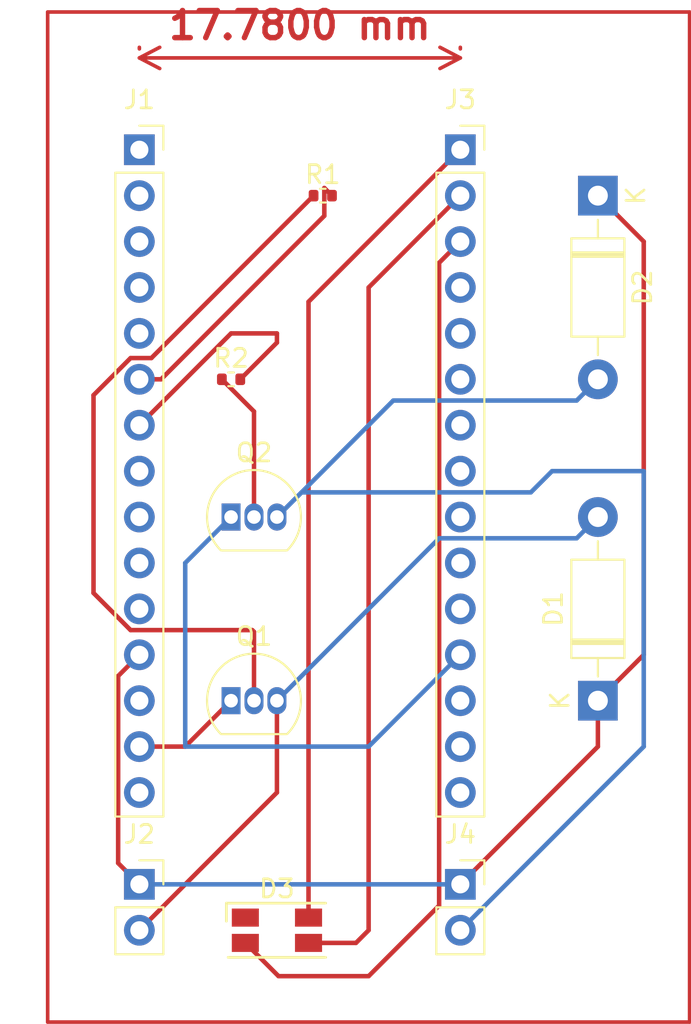
<source format=kicad_pcb>
(kicad_pcb (version 20211014) (generator pcbnew)
  (layers (0 "F.Cu" signal) (31 "B.Cu" signal) (34 "B.Paste" user) (35 "F.Paste" user) (36 "B.SilkS" user "B.Silkscreen") (37 "F.SilkS" user "F.Silkscreen") (38 "B.Mask" user) (39 "F.Mask" user) (44 "Edge.Cuts" user))
  (net 0 "")
  (net 1 "Net-(D1-Pad1)")
  (net 2 "Net-(D1-Pad2)")
  (net 3 "Net-(D2-Pad2)")
  (net 4 "Net-(D3-Pad1)")
  (net 5 "Net-(D3-Pad2)")
  (net 6 "Net-(D3-Pad3)")
  (net 7 "Net-(D3-Pad4)")
  (net 13 "Net-(J1-Pad6)")
  (net 14 "/pwm_7")
  (net 20 "Net-(J1-Pad14)")
  (net 33 "Net-(Q1-Pad2)")
  (net 34 "Net-(Q2-Pad2)")
  (footprint "Diode_THT:D_DO-41_SOD81_P10.16mm_Horizontal" (layer "F.Cu") (at 154.94 73.66 -90)
    (fp_text reference "D2" (at 5.08 -2.47 90) (layer "F.SilkS"))
    (fp_text value "1N4007")
    (fp_text user "K" (at 0 -2.1 90) (layer "F.SilkS"))
    (fp_line (start 3.38 -1.47) (end 3.38 1.47) (layer "F.SilkS") (width 0.12))
    (fp_line (start 2.36 -1.47) (end 2.36 1.47) (layer "F.SilkS") (width 0.12))
    (fp_line (start 2.36 1.47) (end 7.8 1.47) (layer "F.SilkS") (width 0.12))
    (fp_line (start 7.8 1.47) (end 7.8 -1.47) (layer "F.SilkS") (width 0.12))
    (fp_line (start 8.82 0) (end 7.8 0) (layer "F.SilkS") (width 0.12))
    (fp_line (start 3.26 -1.47) (end 3.26 1.47) (layer "F.SilkS") (width 0.12))
    (fp_line (start 3.14 -1.47) (end 3.14 1.47) (layer "F.SilkS") (width 0.12))
    (fp_line (start 7.8 -1.47) (end 2.36 -1.47) (layer "F.SilkS") (width 0.12))
    (fp_line (start 1.34 0) (end 2.36 0) (layer "F.SilkS") (width 0.12))
    (pad "1" thru_hole rect (at 0 0 270) (size 2.2 2.2) (drill 1.1) (layers *.Cu *.Mask) (net 1 "Net-(D1-Pad1)"))
    (pad "2" thru_hole oval (at 10.16 0 270) (size 2.2 2.2) (drill 1.1) (layers *.Cu *.Mask) (net 3 "Net-(D2-Pad2)"))
  )
  (footprint "Resistor_SMD:R_0402_1005Metric" (layer "F.Cu") (at 134.62 83.82)
    (fp_text reference "R2" (at 0 -1.17) (layer "F.SilkS"))
    (fp_text value "5k")
    (fp_line (start -0.153641 0.38) (end 0.153641 0.38) (layer "F.SilkS") (width 0.12))
    (fp_line (start -0.153641 -0.38) (end 0.153641 -0.38) (layer "F.SilkS") (width 0.12))
    (pad "1" smd roundrect (at -0.51 0) (size 0.54 0.64) (layers "F.Cu" "F.Paste" "F.Mask") (net 34 "Net-(Q2-Pad2)"))
    (pad "2" smd roundrect (at 0.51 0) (size 0.54 0.64) (layers "F.Cu" "F.Paste" "F.Mask") (net 14 "/pwm_7"))
  )
  (footprint "Resistor_SMD:R_0402_1005Metric" (layer "F.Cu") (at 139.7 73.66)
    (fp_text reference "R1" (at 0 -1.17) (layer "F.SilkS"))
    (fp_text value "5k")
    (fp_line (start -0.153641 -0.38) (end 0.153641 -0.38) (layer "F.SilkS") (width 0.12))
    (fp_line (start -0.153641 0.38) (end 0.153641 0.38) (layer "F.SilkS") (width 0.12))
    (pad "1" smd roundrect (at -0.51 0) (size 0.54 0.64) (layers "F.Cu" "F.Paste" "F.Mask") (net 33 "Net-(Q1-Pad2)"))
    (pad "2" smd roundrect (at 0.51 0) (size 0.54 0.64) (layers "F.Cu" "F.Paste" "F.Mask") (net 13 "Net-(J1-Pad6)"))
  )
  (footprint "Package_TO_SOT_THT:TO-92_Inline" (layer "F.Cu") (at 134.62 101.6)
    (fp_text reference "Q1" (at 1.27 -3.56) (layer "F.SilkS"))
    (fp_text value "S8050")
    (fp_line (start -0.53 1.85) (end 3.07 1.85) (layer "F.SilkS") (width 0.12))
    (fp_arc (start -0.568478 1.838478) (mid -1.132087 -0.994977) (end 1.27 -2.6) (layer "F.SilkS") (width 0.12))
    (fp_arc (start 1.27 -2.6) (mid 3.672087 -0.994977) (end 3.108478 1.838478) (layer "F.SilkS") (width 0.12))
    (pad "1" thru_hole rect (at 0 0) (size 1.05 1.5) (drill 0.75) (layers *.Cu *.Mask) (net 20 "Net-(J1-Pad14)"))
    (pad "2" thru_hole oval (at 1.27 0) (size 1.05 1.5) (drill 0.75) (layers *.Cu *.Mask) (net 33 "Net-(Q1-Pad2)"))
    (pad "3" thru_hole oval (at 2.54 0) (size 1.05 1.5) (drill 0.75) (layers *.Cu *.Mask) (net 2 "Net-(D1-Pad2)"))
  )
  (footprint "Connector_PinSocket_2.54mm:PinSocket_1x15_P2.54mm_Vertical" (layer "F.Cu") (at 147.32 71.12)
    (fp_text reference "J3" (at 0 -2.77) (layer "F.SilkS"))
    (fp_text value "Conn_01x15_Female")
    (fp_line (start 0 -1.33) (end 1.33 -1.33) (layer "F.SilkS") (width 0.12))
    (fp_line (start -1.33 1.27) (end -1.33 36.89) (layer "F.SilkS") (width 0.12))
    (fp_line (start 1.33 -1.33) (end 1.33 0) (layer "F.SilkS") (width 0.12))
    (fp_line (start 1.33 1.27) (end 1.33 36.89) (layer "F.SilkS") (width 0.12))
    (fp_line (start -1.33 36.89) (end 1.33 36.89) (layer "F.SilkS") (width 0.12))
    (fp_line (start -1.33 1.27) (end 1.33 1.27) (layer "F.SilkS") (width 0.12))
    (pad "1" thru_hole rect (at 0 0) (size 1.7 1.7) (drill 1) (layers *.Cu *.Mask) (net 7 "Net-(D3-Pad4)"))
    (pad "2" thru_hole oval (at 0 2.54) (size 1.7 1.7) (drill 1) (layers *.Cu *.Mask) (net 6 "Net-(D3-Pad3)"))
    (pad "3" thru_hole oval (at 0 5.08) (size 1.7 1.7) (drill 1) (layers *.Cu *.Mask) (net 5 "Net-(D3-Pad2)"))
    (pad "4" thru_hole oval (at 0 7.62) (size 1.7 1.7) (drill 1) (layers *.Cu *.Mask))
    (pad "5" thru_hole oval (at 0 10.16) (size 1.7 1.7) (drill 1) (layers *.Cu *.Mask))
    (pad "6" thru_hole oval (at 0 12.7) (size 1.7 1.7) (drill 1) (layers *.Cu *.Mask))
    (pad "7" thru_hole oval (at 0 15.24) (size 1.7 1.7) (drill 1) (layers *.Cu *.Mask))
    (pad "8" thru_hole oval (at 0 17.78) (size 1.7 1.7) (drill 1) (layers *.Cu *.Mask))
    (pad "9" thru_hole oval (at 0 20.32) (size 1.7 1.7) (drill 1) (layers *.Cu *.Mask))
    (pad "10" thru_hole oval (at 0 22.86) (size 1.7 1.7) (drill 1) (layers *.Cu *.Mask))
    (pad "11" thru_hole oval (at 0 25.4) (size 1.7 1.7) (drill 1) (layers *.Cu *.Mask))
    (pad "12" thru_hole oval (at 0 27.94) (size 1.7 1.7) (drill 1) (layers *.Cu *.Mask) (net 4 "Net-(D3-Pad1)"))
    (pad "13" thru_hole oval (at 0 30.48) (size 1.7 1.7) (drill 1) (layers *.Cu *.Mask))
    (pad "14" thru_hole oval (at 0 33.02) (size 1.7 1.7) (drill 1) (layers *.Cu *.Mask))
    (pad "15" thru_hole oval (at 0 35.56) (size 1.7 1.7) (drill 1) (layers *.Cu *.Mask))
  )
  (footprint "Connector_PinSocket_2.54mm:PinSocket_1x02_P2.54mm_Vertical" (layer "F.Cu") (at 129.54 111.76)
    (fp_text reference "J2" (at 0 -2.77) (layer "F.SilkS"))
    (fp_text value "Conn_01x02_Female")
    (fp_line (start -1.33 3.87) (end 1.33 3.87) (layer "F.SilkS") (width 0.12))
    (fp_line (start -1.33 1.27) (end 1.33 1.27) (layer "F.SilkS") (width 0.12))
    (fp_line (start 1.33 -1.33) (end 1.33 0) (layer "F.SilkS") (width 0.12))
    (fp_line (start 1.33 1.27) (end 1.33 3.87) (layer "F.SilkS") (width 0.12))
    (fp_line (start -1.33 1.27) (end -1.33 3.87) (layer "F.SilkS") (width 0.12))
    (fp_line (start 0 -1.33) (end 1.33 -1.33) (layer "F.SilkS") (width 0.12))
    (pad "1" thru_hole rect (at 0 0) (size 1.7 1.7) (drill 1) (layers *.Cu *.Mask) (net 1 "Net-(D1-Pad1)"))
    (pad "2" thru_hole oval (at 0 2.54) (size 1.7 1.7) (drill 1) (layers *.Cu *.Mask) (net 2 "Net-(D1-Pad2)"))
  )
  (footprint "Package_TO_SOT_THT:TO-92_Inline" (layer "F.Cu") (at 134.62 91.44)
    (fp_text reference "Q2" (at 1.27 -3.56) (layer "F.SilkS"))
    (fp_text value "S8050")
    (fp_line (start -0.53 1.85) (end 3.07 1.85) (layer "F.SilkS") (width 0.12))
    (fp_arc (start 1.27 -2.6) (mid 3.672087 -0.994977) (end 3.108478 1.838478) (layer "F.SilkS") (width 0.12))
    (fp_arc (start -0.568478 1.838478) (mid -1.132087 -0.994977) (end 1.27 -2.6) (layer "F.SilkS") (width 0.12))
    (pad "1" thru_hole rect (at 0 0) (size 1.05 1.5) (drill 0.75) (layers *.Cu *.Mask) (net 4 "Net-(D3-Pad1)"))
    (pad "2" thru_hole oval (at 1.27 0) (size 1.05 1.5) (drill 0.75) (layers *.Cu *.Mask) (net 34 "Net-(Q2-Pad2)"))
    (pad "3" thru_hole oval (at 2.54 0) (size 1.05 1.5) (drill 0.75) (layers *.Cu *.Mask) (net 3 "Net-(D2-Pad2)"))
  )
  (footprint "Connector_PinSocket_2.54mm:PinSocket_1x15_P2.54mm_Vertical" (layer "F.Cu") (at 129.54 71.12)
    (fp_text reference "J1" (at 0 -2.77) (layer "F.SilkS"))
    (fp_text value "Conn_01x15_Female")
    (fp_line (start 1.33 1.27) (end 1.33 36.89) (layer "F.SilkS") (width 0.12))
    (fp_line (start -1.33 1.27) (end 1.33 1.27) (layer "F.SilkS") (width 0.12))
    (fp_line (start 0 -1.33) (end 1.33 -1.33) (layer "F.SilkS") (width 0.12))
    (fp_line (start -1.33 36.89) (end 1.33 36.89) (layer "F.SilkS") (width 0.12))
    (fp_line (start 1.33 -1.33) (end 1.33 0) (layer "F.SilkS") (width 0.12))
    (fp_line (start -1.33 1.27) (end -1.33 36.89) (layer "F.SilkS") (width 0.12))
    (pad "1" thru_hole rect (at 0 0) (size 1.7 1.7) (drill 1) (layers *.Cu *.Mask))
    (pad "2" thru_hole oval (at 0 2.54) (size 1.7 1.7) (drill 1) (layers *.Cu *.Mask))
    (pad "3" thru_hole oval (at 0 5.08) (size 1.7 1.7) (drill 1) (layers *.Cu *.Mask))
    (pad "4" thru_hole oval (at 0 7.62) (size 1.7 1.7) (drill 1) (layers *.Cu *.Mask))
    (pad "5" thru_hole oval (at 0 10.16) (size 1.7 1.7) (drill 1) (layers *.Cu *.Mask))
    (pad "6" thru_hole oval (at 0 12.7) (size 1.7 1.7) (drill 1) (layers *.Cu *.Mask) (net 13 "Net-(J1-Pad6)"))
    (pad "7" thru_hole oval (at 0 15.24) (size 1.7 1.7) (drill 1) (layers *.Cu *.Mask) (net 14 "/pwm_7"))
    (pad "8" thru_hole oval (at 0 17.78) (size 1.7 1.7) (drill 1) (layers *.Cu *.Mask))
    (pad "9" thru_hole oval (at 0 20.32) (size 1.7 1.7) (drill 1) (layers *.Cu *.Mask))
    (pad "10" thru_hole oval (at 0 22.86) (size 1.7 1.7) (drill 1) (layers *.Cu *.Mask))
    (pad "11" thru_hole oval (at 0 25.4) (size 1.7 1.7) (drill 1) (layers *.Cu *.Mask))
    (pad "12" thru_hole oval (at 0 27.94) (size 1.7 1.7) (drill 1) (layers *.Cu *.Mask) (net 1 "Net-(D1-Pad1)"))
    (pad "13" thru_hole oval (at 0 30.48) (size 1.7 1.7) (drill 1) (layers *.Cu *.Mask))
    (pad "14" thru_hole oval (at 0 33.02) (size 1.7 1.7) (drill 1) (layers *.Cu *.Mask) (net 20 "Net-(J1-Pad14)"))
    (pad "15" thru_hole oval (at 0 35.56) (size 1.7 1.7) (drill 1) (layers *.Cu *.Mask))
  )
  (footprint "Connector_PinSocket_2.54mm:PinSocket_1x02_P2.54mm_Vertical" (layer "F.Cu") (at 147.32 111.76)
    (fp_text reference "J4" (at 0 -2.77) (layer "F.SilkS"))
    (fp_text value "Conn_01x02_Female")
    (fp_line (start 1.33 1.27) (end 1.33 3.87) (layer "F.SilkS") (width 0.12))
    (fp_line (start -1.33 1.27) (end -1.33 3.87) (layer "F.SilkS") (width 0.12))
    (fp_line (start 1.33 -1.33) (end 1.33 0) (layer "F.SilkS") (width 0.12))
    (fp_line (start 0 -1.33) (end 1.33 -1.33) (layer "F.SilkS") (width 0.12))
    (fp_line (start -1.33 1.27) (end 1.33 1.27) (layer "F.SilkS") (width 0.12))
    (fp_line (start -1.33 3.87) (end 1.33 3.87) (layer "F.SilkS") (width 0.12))
    (pad "1" thru_hole rect (at 0 0) (size 1.7 1.7) (drill 1) (layers *.Cu *.Mask) (net 1 "Net-(D1-Pad1)"))
    (pad "2" thru_hole oval (at 0 2.54) (size 1.7 1.7) (drill 1) (layers *.Cu *.Mask) (net 3 "Net-(D2-Pad2)"))
  )
  (footprint "Diode_THT:D_DO-41_SOD81_P10.16mm_Horizontal" (layer "F.Cu") (at 154.94 101.6 90)
    (fp_text reference "D1" (at 5.08 -2.47 90) (layer "F.SilkS"))
    (fp_text value "1N4007")
    (fp_text user "K" (at 0 -2.1 90) (layer "F.SilkS"))
    (fp_line (start 3.26 -1.47) (end 3.26 1.47) (layer "F.SilkS") (width 0.12))
    (fp_line (start 2.36 1.47) (end 7.8 1.47) (layer "F.SilkS") (width 0.12))
    (fp_line (start 1.34 0) (end 2.36 0) (layer "F.SilkS") (width 0.12))
    (fp_line (start 2.36 -1.47) (end 2.36 1.47) (layer "F.SilkS") (width 0.12))
    (fp_line (start 8.82 0) (end 7.8 0) (layer "F.SilkS") (width 0.12))
    (fp_line (start 7.8 -1.47) (end 2.36 -1.47) (layer "F.SilkS") (width 0.12))
    (fp_line (start 3.38 -1.47) (end 3.38 1.47) (layer "F.SilkS") (width 0.12))
    (fp_line (start 3.14 -1.47) (end 3.14 1.47) (layer "F.SilkS") (width 0.12))
    (fp_line (start 7.8 1.47) (end 7.8 -1.47) (layer "F.SilkS") (width 0.12))
    (pad "1" thru_hole rect (at 0 0 90) (size 2.2 2.2) (drill 1.1) (layers *.Cu *.Mask) (net 1 "Net-(D1-Pad1)"))
    (pad "2" thru_hole oval (at 10.16 0 90) (size 2.2 2.2) (drill 1.1) (layers *.Cu *.Mask) (net 2 "Net-(D1-Pad2)"))
  )
  (footprint "LED_SMD:LED_RGB_1210" (layer "F.Cu") (at 137.16 114.3)
    (fp_text reference "D3" (at 0 -2.3) (layer "F.SilkS"))
    (fp_text value "LED_ABGR")
    (fp_line (start -2.8 -0.5) (end -2.8 -1.5) (layer "F.SilkS") (width 0.15))
    (fp_line (start 2.7 -1.5) (end -2.8 -1.5) (layer "F.SilkS") (width 0.15))
    (fp_line (start 2.7 1.5) (end -2.7 1.5) (layer "F.SilkS") (width 0.15))
    (pad "1" smd rect (at -1.75 -0.7 180) (size 1.5 1) (layers "F.Cu" "F.Paste" "F.Mask") (net 4 "Net-(D3-Pad1)"))
    (pad "2" smd rect (at -1.75 0.7 180) (size 1.5 1) (layers "F.Cu" "F.Paste" "F.Mask") (net 5 "Net-(D3-Pad2)"))
    (pad "3" smd rect (at 1.75 0.7 180) (size 1.5 1) (layers "F.Cu" "F.Paste" "F.Mask") (net 6 "Net-(D3-Pad3)"))
    (pad "4" smd rect (at 1.75 -0.7 180) (size 1.5 1) (layers "F.Cu" "F.Paste" "F.Mask") (net 7 "Net-(D3-Pad4)"))
  )
  (gr_line (start 160.02 63.5) (end 160.02 119.38) (layer "F.Cu") (width 0.2))
  (gr_line (start 124.46 119.38) (end 124.46 63.5) (layer "F.Cu") (width 0.2))
  (gr_line (start 160.02 119.38) (end 124.46 119.38) (layer "F.Cu") (width 0.2))
  (gr_line (start 124.46 63.5) (end 160.02 63.5) (layer "F.Cu") (width 0.2))
  (dimension (type aligned) (layer "F.Cu") (pts (xy 129.54 66.04) (xy 147.32 66.04)) (height 0) (gr_text "17.7800 mm" (at 138.43 64.24) (layer "F.Cu") (effects (font (size 1.5 1.5) (thickness 0.3)))) (format (units 3) (units_format 1) (precision 4)) (style (thickness 0.2) (arrow_length 1.27) (text_position_mode 0) (extension_height 0.58642) (extension_offset 0.5) keep_text_aligned))
  (segment (start 128.365 110.585) (end 129.54 111.76) (width 0.25) (layer "F.Cu") (net 1))
  (segment (start 154.94 101.6) (end 154.94 104.14) (width 0.25) (layer "F.Cu") (net 1))
  (segment (start 128.365 100.235) (end 128.365 110.585) (width 0.25) (layer "F.Cu") (net 1))
  (segment (start 157.48 99.06) (end 154.94 101.6) (width 0.25) (layer "F.Cu") (net 1))
  (segment (start 129.54 99.06) (end 128.365 100.235) (width 0.25) (layer "F.Cu") (net 1))
  (segment (start 157.48 76.2) (end 157.48 99.06) (width 0.25) (layer "F.Cu") (net 1))
  (segment (start 154.94 73.66) (end 157.48 76.2) (width 0.25) (layer "F.Cu") (net 1))
  (segment (start 154.94 104.14) (end 147.32 111.76) (width 0.25) (layer "F.Cu") (net 1))
  (segment (start 147.32 111.76) (end 129.54 111.76) (width 0.25) (layer "B.Cu") (net 1))
  (segment (start 129.54 114.3) (end 137.16 106.68) (width 0.25) (layer "F.Cu") (net 2))
  (segment (start 137.16 106.68) (end 137.16 101.6) (width 0.25) (layer "F.Cu") (net 2))
  (segment (start 146.145 92.615) (end 137.16 101.6) (width 0.25) (layer "B.Cu") (net 2))
  (segment (start 154.94 91.44) (end 153.765 92.615) (width 0.25) (layer "B.Cu") (net 2))
  (segment (start 153.765 92.615) (end 146.145 92.615) (width 0.25) (layer "B.Cu") (net 2))
  (segment (start 153.765 84.995) (end 143.605 84.995) (width 0.25) (layer "B.Cu") (net 3))
  (segment (start 151.225 90.075) (end 152.4 88.9) (width 0.25) (layer "B.Cu") (net 3))
  (segment (start 152.4 88.9) (end 157.48 88.9) (width 0.25) (layer "B.Cu") (net 3))
  (segment (start 138.525 90.075) (end 151.225 90.075) (width 0.25) (layer "B.Cu") (net 3))
  (segment (start 137.16 91.44) (end 138.525 90.075) (width 0.25) (layer "B.Cu") (net 3))
  (segment (start 157.48 88.9) (end 157.48 104.14) (width 0.25) (layer "B.Cu") (net 3))
  (segment (start 143.605 84.995) (end 137.16 91.44) (width 0.25) (layer "B.Cu") (net 3))
  (segment (start 154.94 83.82) (end 153.765 84.995) (width 0.25) (layer "B.Cu") (net 3))
  (segment (start 157.48 104.14) (end 147.32 114.3) (width 0.25) (layer "B.Cu") (net 3))
  (segment (start 147.32 99.06) (end 142.24 104.14) (width 0.25) (layer "B.Cu") (net 4))
  (segment (start 142.24 104.14) (end 132.08 104.14) (width 0.25) (layer "B.Cu") (net 4))
  (segment (start 132.08 104.14) (end 132.08 93.98) (width 0.25) (layer "B.Cu") (net 4))
  (segment (start 132.08 93.98) (end 134.62 91.44) (width 0.25) (layer "B.Cu") (net 4))
  (segment (start 147.32 76.2) (end 146.145 77.375) (width 0.25) (layer "F.Cu") (net 5))
  (segment (start 142.24 116.84) (end 137.25 116.84) (width 0.25) (layer "F.Cu") (net 5))
  (segment (start 146.145 112.935) (end 142.24 116.84) (width 0.25) (layer "F.Cu") (net 5))
  (segment (start 146.145 77.375) (end 146.145 112.935) (width 0.25) (layer "F.Cu") (net 5))
  (segment (start 137.25 116.84) (end 135.41 115) (width 0.25) (layer "F.Cu") (net 5))
  (segment (start 142.24 78.74) (end 142.24 114.3) (width 0.25) (layer "F.Cu") (net 6))
  (segment (start 147.32 73.66) (end 142.24 78.74) (width 0.25) (layer "F.Cu") (net 6))
  (segment (start 142.24 114.3) (end 141.54 115) (width 0.25) (layer "F.Cu") (net 6))
  (segment (start 141.54 115) (end 138.91 115) (width 0.25) (layer "F.Cu") (net 6))
  (segment (start 138.91 79.53) (end 138.91 113.6) (width 0.25) (layer "F.Cu") (net 7))
  (segment (start 147.32 71.12) (end 138.91 79.53) (width 0.25) (layer "F.Cu") (net 7))
  (segment (start 130.742081 83.82) (end 129.54 83.82) (width 0.25) (layer "F.Cu") (net 13))
  (segment (start 139.785 73.235) (end 139.785 74.777081) (width 0.25) (layer "F.Cu") (net 13))
  (segment (start 139.785 74.777081) (end 130.742081 83.82) (width 0.25) (layer "F.Cu") (net 13))
  (segment (start 140.21 73.66) (end 139.785 73.235) (width 0.25) (layer "F.Cu") (net 13))
  (segment (start 137.16 81.79) (end 135.13 83.82) (width 0.25) (layer "F.Cu") (net 14))
  (segment (start 137.16 81.28) (end 137.16 81.79) (width 0.25) (layer "F.Cu") (net 14))
  (segment (start 129.54 86.36) (end 134.62 81.28) (width 0.25) (layer "F.Cu") (net 14))
  (segment (start 134.62 81.28) (end 137.16 81.28) (width 0.25) (layer "F.Cu") (net 14))
  (segment (start 132.08 104.14) (end 134.62 101.6) (width 0.25) (layer "F.Cu") (net 20))
  (segment (start 129.54 104.14) (end 132.08 104.14) (width 0.25) (layer "F.Cu") (net 20))
  (segment (start 139.19 73.66) (end 130.205 82.645) (width 0.25) (layer "F.Cu") (net 33))
  (segment (start 129.053299 82.645) (end 127 84.698299) (width 0.25) (layer "F.Cu") (net 33))
  (segment (start 135.89 97.79) (end 135.89 101.6) (width 0.25) (layer "F.Cu") (net 33))
  (segment (start 129.053299 97.695) (end 135.795 97.695) (width 0.25) (layer "F.Cu") (net 33))
  (segment (start 130.205 82.645) (end 129.053299 82.645) (width 0.25) (layer "F.Cu") (net 33))
  (segment (start 127 95.641701) (end 129.053299 97.695) (width 0.25) (layer "F.Cu") (net 33))
  (segment (start 127 84.698299) (end 127 95.641701) (width 0.25) (layer "F.Cu") (net 33))
  (segment (start 135.795 97.695) (end 135.89 97.79) (width 0.25) (layer "F.Cu") (net 33))
  (segment (start 135.89 85.6) (end 135.89 91.44) (width 0.25) (layer "F.Cu") (net 34))
  (segment (start 134.11 83.82) (end 135.89 85.6) (width 0.25) (layer "F.Cu") (net 34))
)
</source>
